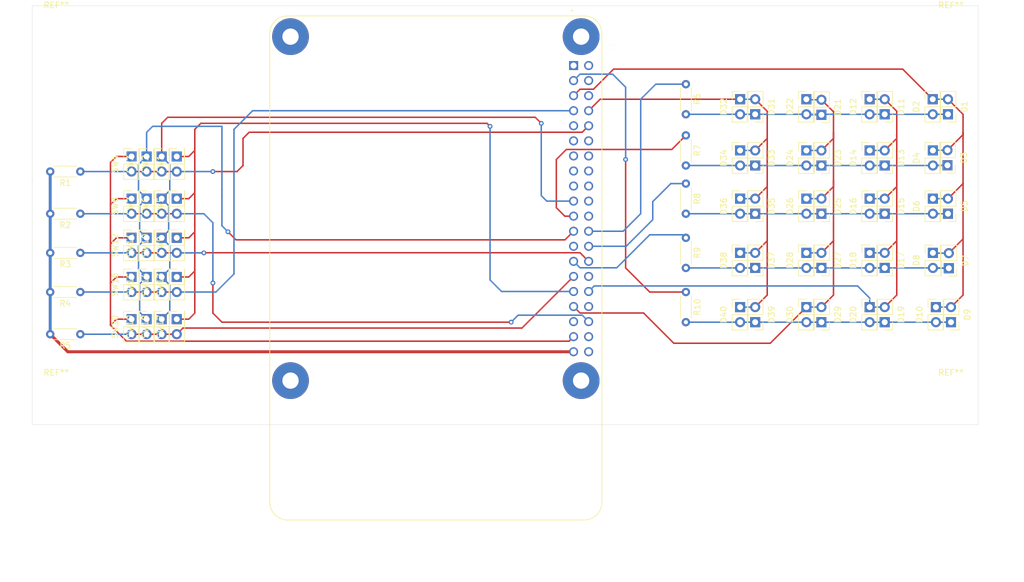
<source format=kicad_pcb>
(kicad_pcb (version 20171130) (host pcbnew "(5.1.6)-1")
  (layers (0 F.Cu signal) (31 B.Cu signal) (34 B.Paste user) (35 F.Paste user) (36 B.SilkS user) (37 F.SilkS user) (38 B.Mask user) (39 F.Mask user) (44 Edge.Cuts user))
  (net 0 "")
  (net 1 AL)
  (net 2 /sheet5F5C839B/IN2)
  (net 3 /sheet5F5C839C/IN2)
  (net 4 /sheet5F5C839D/IN2)
  (net 5 /sheet5F5C839E/IN2)
  (net 6 /sheet5F5C839F/IN2)
  (net 7 BL)
  (net 8 CL)
  (net 9 DL)
  (net 10 "Net-(J1-Pad1)")
  (net 11 5L)
  (net 12 4B)
  (net 13 "Net-(J1-Pad9)")
  (net 14 "Net-(J1-Pad11)")
  (net 15 "Net-(J1-Pad2)")
  (net 16 "Net-(J1-Pad4)")
  (net 17 "Net-(J1-Pad6)")
  (net 18 1B)
  (net 19 "Net-(J1-Pad12)")
  (net 20 "Net-(J1-Pad13)")
  (net 21 "Net-(J1-Pad14)")
  (net 22 "Net-(J1-Pad15)")
  (net 23 "Net-(J1-Pad17)")
  (net 24 BB)
  (net 25 2L)
  (net 26 CB)
  (net 27 "Net-(J1-Pad25)")
  (net 28 "Net-(J1-Pad16)")
  (net 29 "Net-(J1-Pad18)")
  (net 30 "Net-(J1-Pad20)")
  (net 31 "Net-(J1-Pad22)")
  (net 32 1L)
  (net 33 3L)
  (net 34 4L)
  (net 35 3B)
  (net 36 5B)
  (net 37 AB)
  (net 38 "Net-(J1-Pad35)")
  (net 39 DB)
  (net 40 Earth)
  (net 41 "Net-(J1-Pad30)")
  (net 42 "Net-(J1-Pad34)")
  (net 43 2B)
  (net 44 "Net-(J1-Pad38)")
  (net 45 "Net-(J1-Pad40)")
  (module MountingHole:MountingHole_3.2mm_M3 (layer F.Cu) (at 37.592 104.14)
    (fp_text reference REF** (at 0 -4.2) (layer F.SilkS))
    (fp_text value MountingHole_3.2mm_M3)
    (pad 1 np_thru_hole circle (at 0 0) (size 3.2 3.2) (drill 3.2) (layers *.Cu *.Mask))
  )
  (module MountingHole:MountingHole_3.2mm_M3 (layer F.Cu) (at 188.468 104.14)
    (fp_text reference REF** (at 0 -4.2) (layer F.SilkS))
    (fp_text value MountingHole_3.2mm_M3)
    (pad 1 np_thru_hole circle (at 0 0) (size 3.2 3.2) (drill 3.2) (layers *.Cu *.Mask))
  )
  (module MountingHole:MountingHole_3.2mm_M3 (layer F.Cu) (at 37.592 42.164)
    (fp_text reference REF** (at 0 -4.2) (layer F.SilkS))
    (fp_text value MountingHole_3.2mm_M3)
    (pad 1 np_thru_hole circle (at 0 0) (size 3.2 3.2) (drill 3.2) (layers *.Cu *.Mask))
  )
  (module MountingHole:MountingHole_3.2mm_M3 (layer F.Cu) (at 188.468 42.164)
    (fp_text reference REF** (at 0 -4.2) (layer F.SilkS))
    (fp_text value MountingHole_3.2mm_M3)
    (pad 1 np_thru_hole circle (at 0 0) (size 3.2 3.2) (drill 3.2) (layers *.Cu *.Mask))
  )
  (module pcb1:MODULE_RASPBERRY_PI_3_MODEL_B+ (layer F.Cu) (at 101.6 82.296 270)
    (fp_text reference J1 (at -37.325 -29.635 90) (layer F.SilkS) (effects (font (thickness 0.015))))
    (fp_text value Raspberry_Pi_2_3)
    (pad S4 thru_hole circle (at -39 24.5 270) (size 6.2 6.2) (drill 2.75) (layers *.Cu *.Mask))
    (pad S3 thru_hole circle (at 19 24.5 270) (size 6.2 6.2) (drill 2.75) (layers *.Cu *.Mask))
    (pad S2 thru_hole circle (at 19 -24.5 270) (size 6.2 6.2) (drill 2.75) (layers *.Cu *.Mask))
    (pad S1 thru_hole circle (at -39 -24.5 270) (size 6.2 6.2) (drill 2.75) (layers *.Cu *.Mask))
    (pad 1 thru_hole rect (at -34.13 -23.23 270) (size 1.524 1.524) (drill 1.016) (layers *.Cu *.Mask) (net 10 "Net-(J1-Pad1)"))
    (pad 3 thru_hole circle (at -31.59 -23.23 270) (size 1.524 1.524) (drill 1.016) (layers *.Cu *.Mask) (net 11 5L))
    (pad 5 thru_hole circle (at -29.05 -23.23 270) (size 1.524 1.524) (drill 1.016) (layers *.Cu *.Mask) (net 1 AL))
    (pad 7 thru_hole circle (at -26.51 -23.23 270) (size 1.524 1.524) (drill 1.016) (layers *.Cu *.Mask) (net 12 4B))
    (pad 9 thru_hole circle (at -23.97 -23.23 270) (size 1.524 1.524) (drill 1.016) (layers *.Cu *.Mask) (net 13 "Net-(J1-Pad9)"))
    (pad 11 thru_hole circle (at -21.43 -23.23 270) (size 1.524 1.524) (drill 1.016) (layers *.Cu *.Mask) (net 14 "Net-(J1-Pad11)"))
    (pad 2 thru_hole circle (at -34.13 -25.77 270) (size 1.524 1.524) (drill 1.016) (layers *.Cu *.Mask) (net 15 "Net-(J1-Pad2)"))
    (pad 4 thru_hole circle (at -31.59 -25.77 270) (size 1.524 1.524) (drill 1.016) (layers *.Cu *.Mask) (net 16 "Net-(J1-Pad4)"))
    (pad 6 thru_hole circle (at -29.05 -25.77 270) (size 1.524 1.524) (drill 1.016) (layers *.Cu *.Mask) (net 17 "Net-(J1-Pad6)"))
    (pad 8 thru_hole circle (at -26.51 -25.77 270) (size 1.524 1.524) (drill 1.016) (layers *.Cu *.Mask) (net 9 DL))
    (pad 10 thru_hole circle (at -23.97 -25.77 270) (size 1.524 1.524) (drill 1.016) (layers *.Cu *.Mask) (net 18 1B))
    (pad 12 thru_hole circle (at -21.43 -25.77 270) (size 1.524 1.524) (drill 1.016) (layers *.Cu *.Mask) (net 19 "Net-(J1-Pad12)"))
    (pad 13 thru_hole circle (at -18.89 -23.23 270) (size 1.524 1.524) (drill 1.016) (layers *.Cu *.Mask) (net 20 "Net-(J1-Pad13)"))
    (pad 14 thru_hole circle (at -18.89 -25.77 270) (size 1.524 1.524) (drill 1.016) (layers *.Cu *.Mask) (net 21 "Net-(J1-Pad14)"))
    (pad 15 thru_hole circle (at -16.35 -23.23 270) (size 1.524 1.524) (drill 1.016) (layers *.Cu *.Mask) (net 22 "Net-(J1-Pad15)"))
    (pad 17 thru_hole circle (at -13.81 -23.23 270) (size 1.524 1.524) (drill 1.016) (layers *.Cu *.Mask) (net 23 "Net-(J1-Pad17)"))
    (pad 19 thru_hole circle (at -11.27 -23.23 270) (size 1.524 1.524) (drill 1.016) (layers *.Cu *.Mask) (net 24 BB))
    (pad 21 thru_hole circle (at -8.73 -23.23 270) (size 1.524 1.524) (drill 1.016) (layers *.Cu *.Mask) (net 25 2L))
    (pad 23 thru_hole circle (at -6.19 -23.23 270) (size 1.524 1.524) (drill 1.016) (layers *.Cu *.Mask) (net 26 CB))
    (pad 25 thru_hole circle (at -3.65 -23.23 270) (size 1.524 1.524) (drill 1.016) (layers *.Cu *.Mask) (net 27 "Net-(J1-Pad25)"))
    (pad 16 thru_hole circle (at -16.35 -25.77 270) (size 1.524 1.524) (drill 1.016) (layers *.Cu *.Mask) (net 28 "Net-(J1-Pad16)"))
    (pad 18 thru_hole circle (at -13.81 -25.77 270) (size 1.524 1.524) (drill 1.016) (layers *.Cu *.Mask) (net 29 "Net-(J1-Pad18)"))
    (pad 20 thru_hole circle (at -11.27 -25.77 270) (size 1.524 1.524) (drill 1.016) (layers *.Cu *.Mask) (net 30 "Net-(J1-Pad20)"))
    (pad 22 thru_hole circle (at -8.73 -25.77 270) (size 1.524 1.524) (drill 1.016) (layers *.Cu *.Mask) (net 31 "Net-(J1-Pad22)"))
    (pad 24 thru_hole circle (at -6.19 -25.77 270) (size 1.524 1.524) (drill 1.016) (layers *.Cu *.Mask) (net 32 1L))
    (pad 26 thru_hole circle (at -3.65 -25.77 270) (size 1.524 1.524) (drill 1.016) (layers *.Cu *.Mask) (net 33 3L))
    (pad 27 thru_hole circle (at -1.11 -23.23 270) (size 1.524 1.524) (drill 1.016) (layers *.Cu *.Mask) (net 34 4L))
    (pad 28 thru_hole circle (at -1.11 -25.77 270) (size 1.524 1.524) (drill 1.016) (layers *.Cu *.Mask) (net 35 3B))
    (pad 29 thru_hole circle (at 1.43 -23.23 270) (size 1.524 1.524) (drill 1.016) (layers *.Cu *.Mask) (net 36 5B))
    (pad 31 thru_hole circle (at 3.97 -23.23 270) (size 1.524 1.524) (drill 1.016) (layers *.Cu *.Mask) (net 37 AB))
    (pad 33 thru_hole circle (at 6.51 -23.23 270) (size 1.524 1.524) (drill 1.016) (layers *.Cu *.Mask) (net 8 CL))
    (pad 35 thru_hole circle (at 9.05 -23.23 270) (size 1.524 1.524) (drill 1.016) (layers *.Cu *.Mask) (net 38 "Net-(J1-Pad35)"))
    (pad 37 thru_hole circle (at 11.59 -23.23 270) (size 1.524 1.524) (drill 1.016) (layers *.Cu *.Mask) (net 39 DB))
    (pad 39 thru_hole circle (at 14.13 -23.23 270) (size 1.524 1.524) (drill 1.016) (layers *.Cu *.Mask) (net 40 Earth))
    (pad 30 thru_hole circle (at 1.43 -25.77 270) (size 1.524 1.524) (drill 1.016) (layers *.Cu *.Mask) (net 41 "Net-(J1-Pad30)"))
    (pad 32 thru_hole circle (at 3.97 -25.77 270) (size 1.524 1.524) (drill 1.016) (layers *.Cu *.Mask) (net 7 BL))
    (pad 34 thru_hole circle (at 6.51 -25.77 270) (size 1.524 1.524) (drill 1.016) (layers *.Cu *.Mask) (net 42 "Net-(J1-Pad34)"))
    (pad 36 thru_hole circle (at 9.05 -25.77 270) (size 1.524 1.524) (drill 1.016) (layers *.Cu *.Mask) (net 43 2B))
    (pad 38 thru_hole circle (at 11.59 -25.77 270) (size 1.524 1.524) (drill 1.016) (layers *.Cu *.Mask) (net 44 "Net-(J1-Pad38)"))
    (pad 40 thru_hole circle (at 14.13 -25.77 270) (size 1.524 1.524) (drill 1.016) (layers *.Cu *.Mask) (net 45 "Net-(J1-Pad40)"))
  )
  (module Connector_PinSocket_2.54mm:PinSocket_2x01_P2.54mm_Vertical (layer F.Cu) (at 50.292 90.932 90)
    (fp_text reference SW20 (at -1.27 -2.77 90) (layer F.SilkS))
    (fp_text value SW_Push)
    (pad 2 thru_hole oval (at -2.54 0 90) (size 1.7 1.7) (drill 1) (layers *.Cu *.Mask) (net 36 5B))
    (pad 1 thru_hole rect (at 0 0 90) (size 1.7 1.7) (drill 1) (layers *.Cu *.Mask) (net 39 DB))
  )
  (module Connector_PinSocket_2.54mm:PinSocket_2x01_P2.54mm_Vertical (layer F.Cu) (at 52.832 90.932 90)
    (fp_text reference SW19 (at -1.27 -2.77 90) (layer F.SilkS))
    (fp_text value SW_Push)
    (pad 2 thru_hole oval (at -2.54 0 90) (size 1.7 1.7) (drill 1) (layers *.Cu *.Mask) (net 36 5B))
    (pad 1 thru_hole rect (at 0 0 90) (size 1.7 1.7) (drill 1) (layers *.Cu *.Mask) (net 26 CB))
  )
  (module Connector_PinSocket_2.54mm:PinSocket_2x01_P2.54mm_Vertical (layer F.Cu) (at 55.372 90.932 90)
    (fp_text reference SW18 (at -1.27 -2.77 90) (layer F.SilkS))
    (fp_text value SW_Push)
    (pad 2 thru_hole oval (at -2.54 0 90) (size 1.7 1.7) (drill 1) (layers *.Cu *.Mask) (net 36 5B))
    (pad 1 thru_hole rect (at 0 0 90) (size 1.7 1.7) (drill 1) (layers *.Cu *.Mask) (net 24 BB))
  )
  (module Connector_PinSocket_2.54mm:PinSocket_2x01_P2.54mm_Vertical (layer F.Cu) (at 57.912 90.932 90)
    (fp_text reference SW17 (at -1.27 -2.77 90) (layer F.SilkS))
    (fp_text value SW_Push)
    (pad 2 thru_hole oval (at -2.54 0 90) (size 1.7 1.7) (drill 1) (layers *.Cu *.Mask) (net 36 5B))
    (pad 1 thru_hole rect (at 0 0 90) (size 1.7 1.7) (drill 1) (layers *.Cu *.Mask) (net 37 AB))
  )
  (module Connector_PinSocket_2.54mm:PinSocket_2x01_P2.54mm_Vertical (layer F.Cu) (at 50.292 83.82 90)
    (fp_text reference SW16 (at -1.27 -2.77 90) (layer F.SilkS))
    (fp_text value SW_Push)
    (pad 2 thru_hole oval (at -2.54 0 90) (size 1.7 1.7) (drill 1) (layers *.Cu *.Mask) (net 12 4B))
    (pad 1 thru_hole rect (at 0 0 90) (size 1.7 1.7) (drill 1) (layers *.Cu *.Mask) (net 39 DB))
  )
  (module Connector_PinSocket_2.54mm:PinSocket_2x01_P2.54mm_Vertical (layer F.Cu) (at 52.832 83.82 90)
    (fp_text reference SW15 (at -1.27 -2.77 90) (layer F.SilkS))
    (fp_text value SW_Push)
    (pad 2 thru_hole oval (at -2.54 0 90) (size 1.7 1.7) (drill 1) (layers *.Cu *.Mask) (net 12 4B))
    (pad 1 thru_hole rect (at 0 0 90) (size 1.7 1.7) (drill 1) (layers *.Cu *.Mask) (net 26 CB))
  )
  (module Connector_PinSocket_2.54mm:PinSocket_2x01_P2.54mm_Vertical (layer F.Cu) (at 55.372 83.82 90)
    (fp_text reference SW14 (at -1.27 -2.77 90) (layer F.SilkS))
    (fp_text value SW_Push)
    (pad 2 thru_hole oval (at -2.54 0 90) (size 1.7 1.7) (drill 1) (layers *.Cu *.Mask) (net 12 4B))
    (pad 1 thru_hole rect (at 0 0 90) (size 1.7 1.7) (drill 1) (layers *.Cu *.Mask) (net 24 BB))
  )
  (module Connector_PinSocket_2.54mm:PinSocket_2x01_P2.54mm_Vertical (layer F.Cu) (at 57.912 83.82 90)
    (fp_text reference SW13 (at -1.27 -2.77 90) (layer F.SilkS))
    (fp_text value SW_Push)
    (pad 2 thru_hole oval (at -2.54 0 90) (size 1.7 1.7) (drill 1) (layers *.Cu *.Mask) (net 12 4B))
    (pad 1 thru_hole rect (at 0 0 90) (size 1.7 1.7) (drill 1) (layers *.Cu *.Mask) (net 37 AB))
  )
  (module Connector_PinSocket_2.54mm:PinSocket_2x01_P2.54mm_Vertical (layer F.Cu) (at 50.292 77.216 90)
    (fp_text reference SW12 (at -1.27 -2.77 90) (layer F.SilkS))
    (fp_text value SW_Push)
    (pad 2 thru_hole oval (at -2.54 0 90) (size 1.7 1.7) (drill 1) (layers *.Cu *.Mask) (net 35 3B))
    (pad 1 thru_hole rect (at 0 0 90) (size 1.7 1.7) (drill 1) (layers *.Cu *.Mask) (net 39 DB))
  )
  (module Connector_PinSocket_2.54mm:PinSocket_2x01_P2.54mm_Vertical (layer F.Cu) (at 52.832 77.216 90)
    (fp_text reference SW11 (at -1.27 -2.77 90) (layer F.SilkS))
    (fp_text value SW_Push)
    (pad 2 thru_hole oval (at -2.54 0 90) (size 1.7 1.7) (drill 1) (layers *.Cu *.Mask) (net 35 3B))
    (pad 1 thru_hole rect (at 0 0 90) (size 1.7 1.7) (drill 1) (layers *.Cu *.Mask) (net 26 CB))
  )
  (module Connector_PinSocket_2.54mm:PinSocket_2x01_P2.54mm_Vertical (layer F.Cu) (at 55.372 77.216 90)
    (fp_text reference SW10 (at -1.27 -2.77 90) (layer F.SilkS))
    (fp_text value SW_Push)
    (pad 2 thru_hole oval (at -2.54 0 90) (size 1.7 1.7) (drill 1) (layers *.Cu *.Mask) (net 35 3B))
    (pad 1 thru_hole rect (at 0 0 90) (size 1.7 1.7) (drill 1) (layers *.Cu *.Mask) (net 24 BB))
  )
  (module Connector_PinSocket_2.54mm:PinSocket_2x01_P2.54mm_Vertical (layer F.Cu) (at 57.912 77.216 90)
    (fp_text reference SW9 (at -1.27 -2.77 90) (layer F.SilkS))
    (fp_text value SW_Push)
    (pad 2 thru_hole oval (at -2.54 0 90) (size 1.7 1.7) (drill 1) (layers *.Cu *.Mask) (net 35 3B))
    (pad 1 thru_hole rect (at 0 0 90) (size 1.7 1.7) (drill 1) (layers *.Cu *.Mask) (net 37 AB))
  )
  (module Connector_PinSocket_2.54mm:PinSocket_2x01_P2.54mm_Vertical (layer F.Cu) (at 50.292 70.612 90)
    (fp_text reference SW8 (at -1.27 -2.77 90) (layer F.SilkS))
    (fp_text value SW_Push)
    (pad 2 thru_hole oval (at -2.54 0 90) (size 1.7 1.7) (drill 1) (layers *.Cu *.Mask) (net 43 2B))
    (pad 1 thru_hole rect (at 0 0 90) (size 1.7 1.7) (drill 1) (layers *.Cu *.Mask) (net 39 DB))
  )
  (module Connector_PinSocket_2.54mm:PinSocket_2x01_P2.54mm_Vertical (layer F.Cu) (at 52.832 70.612 90)
    (fp_text reference SW7 (at -1.27 -2.77 90) (layer F.SilkS))
    (fp_text value SW_Push)
    (pad 2 thru_hole oval (at -2.54 0 90) (size 1.7 1.7) (drill 1) (layers *.Cu *.Mask) (net 43 2B))
    (pad 1 thru_hole rect (at 0 0 90) (size 1.7 1.7) (drill 1) (layers *.Cu *.Mask) (net 26 CB))
  )
  (module Connector_PinSocket_2.54mm:PinSocket_2x01_P2.54mm_Vertical (layer F.Cu) (at 55.372 70.612 90)
    (fp_text reference SW6 (at -1.27 -2.77 90) (layer F.SilkS))
    (fp_text value SW_Push)
    (pad 2 thru_hole oval (at -2.54 0 90) (size 1.7 1.7) (drill 1) (layers *.Cu *.Mask) (net 43 2B))
    (pad 1 thru_hole rect (at 0 0 90) (size 1.7 1.7) (drill 1) (layers *.Cu *.Mask) (net 24 BB))
  )
  (module Connector_PinSocket_2.54mm:PinSocket_2x01_P2.54mm_Vertical (layer F.Cu) (at 57.912 70.612 90)
    (fp_text reference SW5 (at -1.27 -2.77 90) (layer F.SilkS))
    (fp_text value SW_Push)
    (pad 2 thru_hole oval (at -2.54 0 90) (size 1.7 1.7) (drill 1) (layers *.Cu *.Mask) (net 43 2B))
    (pad 1 thru_hole rect (at 0 0 90) (size 1.7 1.7) (drill 1) (layers *.Cu *.Mask) (net 37 AB))
  )
  (module Connector_PinSocket_2.54mm:PinSocket_2x01_P2.54mm_Vertical (layer F.Cu) (at 50.292 63.5 90)
    (fp_text reference SW4 (at -1.27 -2.77 90) (layer F.SilkS))
    (fp_text value SW_Push)
    (pad 2 thru_hole oval (at -2.54 0 90) (size 1.7 1.7) (drill 1) (layers *.Cu *.Mask) (net 18 1B))
    (pad 1 thru_hole rect (at 0 0 90) (size 1.7 1.7) (drill 1) (layers *.Cu *.Mask) (net 39 DB))
  )
  (module Connector_PinSocket_2.54mm:PinSocket_2x01_P2.54mm_Vertical (layer F.Cu) (at 52.832 63.504 90)
    (fp_text reference SW3 (at -1.27 -2.77 90) (layer F.SilkS))
    (fp_text value SW_Push)
    (pad 2 thru_hole oval (at -2.54 0 90) (size 1.7 1.7) (drill 1) (layers *.Cu *.Mask) (net 18 1B))
    (pad 1 thru_hole rect (at 0 0 90) (size 1.7 1.7) (drill 1) (layers *.Cu *.Mask) (net 26 CB))
  )
  (module Connector_PinSocket_2.54mm:PinSocket_2x01_P2.54mm_Vertical (layer F.Cu) (at 55.372 63.504 90)
    (fp_text reference SW2 (at -1.27 -2.77 90) (layer F.SilkS))
    (fp_text value SW_Push)
    (pad 2 thru_hole oval (at -2.54 0 90) (size 1.7 1.7) (drill 1) (layers *.Cu *.Mask) (net 18 1B))
    (pad 1 thru_hole rect (at 0 0 90) (size 1.7 1.7) (drill 1) (layers *.Cu *.Mask) (net 24 BB))
  )
  (module Connector_PinSocket_2.54mm:PinSocket_2x01_P2.54mm_Vertical (layer F.Cu) (at 57.912 63.504 90)
    (fp_text reference SW1 (at -1.27 -2.77 90) (layer F.SilkS))
    (fp_text value SW_Push)
    (pad 2 thru_hole oval (at -2.54 0 90) (size 1.7 1.7) (drill 1) (layers *.Cu *.Mask) (net 18 1B))
    (pad 1 thru_hole rect (at 0 0 90) (size 1.7 1.7) (drill 1) (layers *.Cu *.Mask) (net 37 AB))
  )
  (module Connector_PinSocket_2.54mm:PinSocket_2x01_P2.54mm_Vertical (layer F.Cu) (at 152.908 88.9 90)
    (fp_text reference D40 (at -1.27 -2.77 90) (layer F.SilkS))
    (fp_text value LED)
    (pad 2 thru_hole oval (at -2.54 0 90) (size 1.7 1.7) (drill 1) (layers *.Cu *.Mask) (net 6 /sheet5F5C839F/IN2))
    (pad 1 thru_hole rect (at 0 0 90) (size 1.7 1.7) (drill 1) (layers *.Cu *.Mask) (net 9 DL))
  )
  (module Connector_PinSocket_2.54mm:PinSocket_2x01_P2.54mm_Vertical (layer F.Cu) (at 155.448 91.44 270)
    (fp_text reference D39 (at -1.27 -2.77 90) (layer F.SilkS))
    (fp_text value LED)
    (pad 2 thru_hole oval (at -2.54 0 270) (size 1.7 1.7) (drill 1) (layers *.Cu *.Mask) (net 9 DL))
    (pad 1 thru_hole rect (at 0 0 270) (size 1.7 1.7) (drill 1) (layers *.Cu *.Mask) (net 6 /sheet5F5C839F/IN2))
  )
  (module Connector_PinSocket_2.54mm:PinSocket_2x01_P2.54mm_Vertical (layer F.Cu) (at 152.908 79.756 90)
    (fp_text reference D38 (at -1.27 -2.77 90) (layer F.SilkS))
    (fp_text value LED)
    (pad 2 thru_hole oval (at -2.54 0 90) (size 1.7 1.7) (drill 1) (layers *.Cu *.Mask) (net 5 /sheet5F5C839E/IN2))
    (pad 1 thru_hole rect (at 0 0 90) (size 1.7 1.7) (drill 1) (layers *.Cu *.Mask) (net 9 DL))
  )
  (module Connector_PinSocket_2.54mm:PinSocket_2x01_P2.54mm_Vertical (layer F.Cu) (at 155.448 82.296 270)
    (fp_text reference D37 (at -1.27 -2.77 90) (layer F.SilkS))
    (fp_text value LED)
    (pad 2 thru_hole oval (at -2.54 0 270) (size 1.7 1.7) (drill 1) (layers *.Cu *.Mask) (net 9 DL))
    (pad 1 thru_hole rect (at 0 0 270) (size 1.7 1.7) (drill 1) (layers *.Cu *.Mask) (net 5 /sheet5F5C839E/IN2))
  )
  (module Connector_PinSocket_2.54mm:PinSocket_2x01_P2.54mm_Vertical (layer F.Cu) (at 152.908 70.612 90)
    (fp_text reference D36 (at -1.27 -2.77 90) (layer F.SilkS))
    (fp_text value LED)
    (pad 2 thru_hole oval (at -2.54 0 90) (size 1.7 1.7) (drill 1) (layers *.Cu *.Mask) (net 4 /sheet5F5C839D/IN2))
    (pad 1 thru_hole rect (at 0 0 90) (size 1.7 1.7) (drill 1) (layers *.Cu *.Mask) (net 9 DL))
  )
  (module Connector_PinSocket_2.54mm:PinSocket_2x01_P2.54mm_Vertical (layer F.Cu) (at 155.448 73.152 270)
    (fp_text reference D35 (at -1.27 -2.77 90) (layer F.SilkS))
    (fp_text value LED)
    (pad 2 thru_hole oval (at -2.54 0 270) (size 1.7 1.7) (drill 1) (layers *.Cu *.Mask) (net 9 DL))
    (pad 1 thru_hole rect (at 0 0 270) (size 1.7 1.7) (drill 1) (layers *.Cu *.Mask) (net 4 /sheet5F5C839D/IN2))
  )
  (module Connector_PinSocket_2.54mm:PinSocket_2x01_P2.54mm_Vertical (layer F.Cu) (at 152.908 62.484 90)
    (fp_text reference D34 (at -1.27 -2.77 90) (layer F.SilkS))
    (fp_text value LED)
    (pad 2 thru_hole oval (at -2.54 0 90) (size 1.7 1.7) (drill 1) (layers *.Cu *.Mask) (net 3 /sheet5F5C839C/IN2))
    (pad 1 thru_hole rect (at 0 0 90) (size 1.7 1.7) (drill 1) (layers *.Cu *.Mask) (net 9 DL))
  )
  (module Connector_PinSocket_2.54mm:PinSocket_2x01_P2.54mm_Vertical (layer F.Cu) (at 155.448 65.024 270)
    (fp_text reference D33 (at -1.27 -2.77 90) (layer F.SilkS))
    (fp_text value LED)
    (pad 2 thru_hole oval (at -2.54 0 270) (size 1.7 1.7) (drill 1) (layers *.Cu *.Mask) (net 9 DL))
    (pad 1 thru_hole rect (at 0 0 270) (size 1.7 1.7) (drill 1) (layers *.Cu *.Mask) (net 3 /sheet5F5C839C/IN2))
  )
  (module Connector_PinSocket_2.54mm:PinSocket_2x01_P2.54mm_Vertical (layer F.Cu) (at 152.908 53.848 90)
    (fp_text reference D32 (at -1.27 -2.77 90) (layer F.SilkS))
    (fp_text value LED)
    (pad 2 thru_hole oval (at -2.54 0 90) (size 1.7 1.7) (drill 1) (layers *.Cu *.Mask) (net 2 /sheet5F5C839B/IN2))
    (pad 1 thru_hole rect (at 0 0 90) (size 1.7 1.7) (drill 1) (layers *.Cu *.Mask) (net 9 DL))
  )
  (module Connector_PinSocket_2.54mm:PinSocket_2x01_P2.54mm_Vertical (layer F.Cu) (at 155.448 56.388 270)
    (fp_text reference D31 (at -1.27 -2.77 90) (layer F.SilkS))
    (fp_text value LED)
    (pad 2 thru_hole oval (at -2.54 0 270) (size 1.7 1.7) (drill 1) (layers *.Cu *.Mask) (net 9 DL))
    (pad 1 thru_hole rect (at 0 0 270) (size 1.7 1.7) (drill 1) (layers *.Cu *.Mask) (net 2 /sheet5F5C839B/IN2))
  )
  (module Connector_PinSocket_2.54mm:PinSocket_2x01_P2.54mm_Vertical (layer F.Cu) (at 164.084 88.9 90)
    (fp_text reference D30 (at -1.27 -2.77 90) (layer F.SilkS))
    (fp_text value LED)
    (pad 2 thru_hole oval (at -2.54 0 90) (size 1.7 1.7) (drill 1) (layers *.Cu *.Mask) (net 6 /sheet5F5C839F/IN2))
    (pad 1 thru_hole rect (at 0 0 90) (size 1.7 1.7) (drill 1) (layers *.Cu *.Mask) (net 8 CL))
  )
  (module Connector_PinSocket_2.54mm:PinSocket_2x01_P2.54mm_Vertical (layer F.Cu) (at 166.624 91.44 270)
    (fp_text reference D29 (at -1.27 -2.77 90) (layer F.SilkS))
    (fp_text value LED)
    (pad 2 thru_hole oval (at -2.54 0 270) (size 1.7 1.7) (drill 1) (layers *.Cu *.Mask) (net 8 CL))
    (pad 1 thru_hole rect (at 0 0 270) (size 1.7 1.7) (drill 1) (layers *.Cu *.Mask) (net 6 /sheet5F5C839F/IN2))
  )
  (module Connector_PinSocket_2.54mm:PinSocket_2x01_P2.54mm_Vertical (layer F.Cu) (at 164.084 79.756 90)
    (fp_text reference D28 (at -1.27 -2.77 90) (layer F.SilkS))
    (fp_text value LED)
    (pad 2 thru_hole oval (at -2.54 0 90) (size 1.7 1.7) (drill 1) (layers *.Cu *.Mask) (net 5 /sheet5F5C839E/IN2))
    (pad 1 thru_hole rect (at 0 0 90) (size 1.7 1.7) (drill 1) (layers *.Cu *.Mask) (net 8 CL))
  )
  (module Connector_PinSocket_2.54mm:PinSocket_2x01_P2.54mm_Vertical (layer F.Cu) (at 166.624 82.296 270)
    (fp_text reference D27 (at -1.27 -2.77 90) (layer F.SilkS))
    (fp_text value LED)
    (pad 2 thru_hole oval (at -2.54 0 270) (size 1.7 1.7) (drill 1) (layers *.Cu *.Mask) (net 8 CL))
    (pad 1 thru_hole rect (at 0 0 270) (size 1.7 1.7) (drill 1) (layers *.Cu *.Mask) (net 5 /sheet5F5C839E/IN2))
  )
  (module Connector_PinSocket_2.54mm:PinSocket_2x01_P2.54mm_Vertical (layer F.Cu) (at 164.084 70.612 90)
    (fp_text reference D26 (at -1.27 -2.77 90) (layer F.SilkS))
    (fp_text value LED)
    (pad 2 thru_hole oval (at -2.54 0 90) (size 1.7 1.7) (drill 1) (layers *.Cu *.Mask) (net 4 /sheet5F5C839D/IN2))
    (pad 1 thru_hole rect (at 0 0 90) (size 1.7 1.7) (drill 1) (layers *.Cu *.Mask) (net 8 CL))
  )
  (module Connector_PinSocket_2.54mm:PinSocket_2x01_P2.54mm_Vertical (layer F.Cu) (at 166.624 73.152 270)
    (fp_text reference D25 (at -1.27 -2.77 90) (layer F.SilkS))
    (fp_text value LED)
    (pad 2 thru_hole oval (at -2.54 0 270) (size 1.7 1.7) (drill 1) (layers *.Cu *.Mask) (net 8 CL))
    (pad 1 thru_hole rect (at 0 0 270) (size 1.7 1.7) (drill 1) (layers *.Cu *.Mask) (net 4 /sheet5F5C839D/IN2))
  )
  (module Connector_PinSocket_2.54mm:PinSocket_2x01_P2.54mm_Vertical (layer F.Cu) (at 164.084 62.484 90)
    (fp_text reference D24 (at -1.27 -2.77 90) (layer F.SilkS))
    (fp_text value LED)
    (pad 2 thru_hole oval (at -2.54 0 90) (size 1.7 1.7) (drill 1) (layers *.Cu *.Mask) (net 3 /sheet5F5C839C/IN2))
    (pad 1 thru_hole rect (at 0 0 90) (size 1.7 1.7) (drill 1) (layers *.Cu *.Mask) (net 8 CL))
  )
  (module Connector_PinSocket_2.54mm:PinSocket_2x01_P2.54mm_Vertical (layer F.Cu) (at 166.624 65.024 270)
    (fp_text reference D23 (at -1.27 -2.77 90) (layer F.SilkS))
    (fp_text value LED)
    (pad 2 thru_hole oval (at -2.54 0 270) (size 1.7 1.7) (drill 1) (layers *.Cu *.Mask) (net 8 CL))
    (pad 1 thru_hole rect (at 0 0 270) (size 1.7 1.7) (drill 1) (layers *.Cu *.Mask) (net 3 /sheet5F5C839C/IN2))
  )
  (module Connector_PinSocket_2.54mm:PinSocket_2x01_P2.54mm_Vertical (layer F.Cu) (at 164.084 53.848 90)
    (fp_text reference D22 (at -1.27 -2.77 90) (layer F.SilkS))
    (fp_text value LED)
    (pad 2 thru_hole oval (at -2.54 0 90) (size 1.7 1.7) (drill 1) (layers *.Cu *.Mask) (net 2 /sheet5F5C839B/IN2))
    (pad 1 thru_hole rect (at 0 0 90) (size 1.7 1.7) (drill 1) (layers *.Cu *.Mask) (net 8 CL))
  )
  (module Connector_PinSocket_2.54mm:PinSocket_2x01_P2.54mm_Vertical (layer F.Cu) (at 166.624 56.476 270)
    (fp_text reference D21 (at -1.27 -2.77 90) (layer F.SilkS))
    (fp_text value LED)
    (pad 2 thru_hole oval (at -2.54 0 270) (size 1.7 1.7) (drill 1) (layers *.Cu *.Mask) (net 8 CL))
    (pad 1 thru_hole rect (at 0 0 270) (size 1.7 1.7) (drill 1) (layers *.Cu *.Mask) (net 2 /sheet5F5C839B/IN2))
  )
  (module Connector_PinSocket_2.54mm:PinSocket_2x01_P2.54mm_Vertical (layer F.Cu) (at 174.752 88.9 90)
    (fp_text reference D20 (at -1.27 -2.77 90) (layer F.SilkS))
    (fp_text value LED)
    (pad 2 thru_hole oval (at -2.54 0 90) (size 1.7 1.7) (drill 1) (layers *.Cu *.Mask) (net 6 /sheet5F5C839F/IN2))
    (pad 1 thru_hole rect (at 0 0 90) (size 1.7 1.7) (drill 1) (layers *.Cu *.Mask) (net 7 BL))
  )
  (module Connector_PinSocket_2.54mm:PinSocket_2x01_P2.54mm_Vertical (layer F.Cu) (at 177.292 91.44 270)
    (fp_text reference D19 (at -1.27 -2.77 90) (layer F.SilkS))
    (fp_text value LED)
    (pad 2 thru_hole oval (at -2.54 0 270) (size 1.7 1.7) (drill 1) (layers *.Cu *.Mask) (net 7 BL))
    (pad 1 thru_hole rect (at 0 0 270) (size 1.7 1.7) (drill 1) (layers *.Cu *.Mask) (net 6 /sheet5F5C839F/IN2))
  )
  (module Connector_PinSocket_2.54mm:PinSocket_2x01_P2.54mm_Vertical (layer F.Cu) (at 174.752 79.756 90)
    (fp_text reference D18 (at -1.27 -2.77 90) (layer F.SilkS))
    (fp_text value LED)
    (pad 2 thru_hole oval (at -2.54 0 90) (size 1.7 1.7) (drill 1) (layers *.Cu *.Mask) (net 5 /sheet5F5C839E/IN2))
    (pad 1 thru_hole rect (at 0 0 90) (size 1.7 1.7) (drill 1) (layers *.Cu *.Mask) (net 7 BL))
  )
  (module Connector_PinSocket_2.54mm:PinSocket_2x01_P2.54mm_Vertical (layer F.Cu) (at 177.292 82.296 270)
    (fp_text reference D17 (at -1.27 -2.77 90) (layer F.SilkS))
    (fp_text value LED)
    (pad 2 thru_hole oval (at -2.54 0 270) (size 1.7 1.7) (drill 1) (layers *.Cu *.Mask) (net 7 BL))
    (pad 1 thru_hole rect (at 0 0 270) (size 1.7 1.7) (drill 1) (layers *.Cu *.Mask) (net 5 /sheet5F5C839E/IN2))
  )
  (module Connector_PinSocket_2.54mm:PinSocket_2x01_P2.54mm_Vertical (layer F.Cu) (at 174.752 70.612 90)
    (fp_text reference D16 (at -1.27 -2.77 90) (layer F.SilkS))
    (fp_text value LED)
    (pad 2 thru_hole oval (at -2.54 0 90) (size 1.7 1.7) (drill 1) (layers *.Cu *.Mask) (net 4 /sheet5F5C839D/IN2))
    (pad 1 thru_hole rect (at 0 0 90) (size 1.7 1.7) (drill 1) (layers *.Cu *.Mask) (net 7 BL))
  )
  (module Connector_PinSocket_2.54mm:PinSocket_2x01_P2.54mm_Vertical (layer F.Cu) (at 177.292 73.152 270)
    (fp_text reference D15 (at -1.27 -2.77 90) (layer F.SilkS))
    (fp_text value LED)
    (pad 2 thru_hole oval (at -2.54 0 270) (size 1.7 1.7) (drill 1) (layers *.Cu *.Mask) (net 7 BL))
    (pad 1 thru_hole rect (at 0 0 270) (size 1.7 1.7) (drill 1) (layers *.Cu *.Mask) (net 4 /sheet5F5C839D/IN2))
  )
  (module Connector_PinSocket_2.54mm:PinSocket_2x01_P2.54mm_Vertical (layer F.Cu) (at 174.752 62.484 90)
    (fp_text reference D14 (at -1.27 -2.77 90) (layer F.SilkS))
    (fp_text value LED)
    (pad 2 thru_hole oval (at -2.54 0 90) (size 1.7 1.7) (drill 1) (layers *.Cu *.Mask) (net 3 /sheet5F5C839C/IN2))
    (pad 1 thru_hole rect (at 0 0 90) (size 1.7 1.7) (drill 1) (layers *.Cu *.Mask) (net 7 BL))
  )
  (module Connector_PinSocket_2.54mm:PinSocket_2x01_P2.54mm_Vertical (layer F.Cu) (at 177.292 65.024 270)
    (fp_text reference D13 (at -1.27 -2.77 90) (layer F.SilkS))
    (fp_text value LED)
    (pad 2 thru_hole oval (at -2.54 0 270) (size 1.7 1.7) (drill 1) (layers *.Cu *.Mask) (net 7 BL))
    (pad 1 thru_hole rect (at 0 0 270) (size 1.7 1.7) (drill 1) (layers *.Cu *.Mask) (net 3 /sheet5F5C839C/IN2))
  )
  (module Connector_PinSocket_2.54mm:PinSocket_2x01_P2.54mm_Vertical (layer F.Cu) (at 174.752 53.848 90)
    (fp_text reference D12 (at -1.27 -2.77 90) (layer F.SilkS))
    (fp_text value LED)
    (pad 2 thru_hole oval (at -2.54 0 90) (size 1.7 1.7) (drill 1) (layers *.Cu *.Mask) (net 2 /sheet5F5C839B/IN2))
    (pad 1 thru_hole rect (at 0 0 90) (size 1.7 1.7) (drill 1) (layers *.Cu *.Mask) (net 7 BL))
  )
  (module Connector_PinSocket_2.54mm:PinSocket_2x01_P2.54mm_Vertical (layer F.Cu) (at 177.292 56.388 270)
    (fp_text reference D11 (at -1.27 -2.77 90) (layer F.SilkS))
    (fp_text value LED)
    (pad 2 thru_hole oval (at -2.54 0 270) (size 1.7 1.7) (drill 1) (layers *.Cu *.Mask) (net 7 BL))
    (pad 1 thru_hole rect (at 0 0 270) (size 1.7 1.7) (drill 1) (layers *.Cu *.Mask) (net 2 /sheet5F5C839B/IN2))
  )
  (module Connector_PinSocket_2.54mm:PinSocket_2x01_P2.54mm_Vertical (layer F.Cu) (at 185.928 88.9 90)
    (fp_text reference D10 (at -1.27 -2.77 90) (layer F.SilkS))
    (fp_text value LED)
    (pad 2 thru_hole oval (at -2.54 0 90) (size 1.7 1.7) (drill 1) (layers *.Cu *.Mask) (net 6 /sheet5F5C839F/IN2))
    (pad 1 thru_hole rect (at 0 0 90) (size 1.7 1.7) (drill 1) (layers *.Cu *.Mask) (net 1 AL))
  )
  (module Connector_PinSocket_2.54mm:PinSocket_2x01_P2.54mm_Vertical (layer F.Cu) (at 188.468 91.44 270)
    (fp_text reference D9 (at -1.27 -2.77 90) (layer F.SilkS))
    (fp_text value LED)
    (pad 2 thru_hole oval (at -2.54 0 270) (size 1.7 1.7) (drill 1) (layers *.Cu *.Mask) (net 1 AL))
    (pad 1 thru_hole rect (at 0 0 270) (size 1.7 1.7) (drill 1) (layers *.Cu *.Mask) (net 6 /sheet5F5C839F/IN2))
  )
  (module Connector_PinSocket_2.54mm:PinSocket_2x01_P2.54mm_Vertical (layer F.Cu) (at 185.42 79.756 90)
    (fp_text reference D8 (at -1.27 -2.77 90) (layer F.SilkS))
    (fp_text value LED)
    (pad 2 thru_hole oval (at -2.54 0 90) (size 1.7 1.7) (drill 1) (layers *.Cu *.Mask) (net 5 /sheet5F5C839E/IN2))
    (pad 1 thru_hole rect (at 0 0 90) (size 1.7 1.7) (drill 1) (layers *.Cu *.Mask) (net 1 AL))
  )
  (module Connector_PinSocket_2.54mm:PinSocket_2x01_P2.54mm_Vertical (layer F.Cu) (at 188.104 82.342 270)
    (fp_text reference D7 (at -1.27 -2.77 90) (layer F.SilkS))
    (fp_text value LED)
    (pad 2 thru_hole oval (at -2.54 0 270) (size 1.7 1.7) (drill 1) (layers *.Cu *.Mask) (net 1 AL))
    (pad 1 thru_hole rect (at 0 0 270) (size 1.7 1.7) (drill 1) (layers *.Cu *.Mask) (net 5 /sheet5F5C839E/IN2))
  )
  (module Connector_PinSocket_2.54mm:PinSocket_2x01_P2.54mm_Vertical (layer F.Cu) (at 185.42 70.612 90)
    (fp_text reference D6 (at -1.27 -2.77 90) (layer F.SilkS))
    (fp_text value LED)
    (pad 2 thru_hole oval (at -2.54 0 90) (size 1.7 1.7) (drill 1) (layers *.Cu *.Mask) (net 4 /sheet5F5C839D/IN2))
    (pad 1 thru_hole rect (at 0 0 90) (size 1.7 1.7) (drill 1) (layers *.Cu *.Mask) (net 1 AL))
  )
  (module Connector_PinSocket_2.54mm:PinSocket_2x01_P2.54mm_Vertical (layer F.Cu) (at 187.96 73.152 270)
    (fp_text reference D5 (at -1.27 -2.77 90) (layer F.SilkS))
    (fp_text value LED)
    (pad 2 thru_hole oval (at -2.54 0 270) (size 1.7 1.7) (drill 1) (layers *.Cu *.Mask) (net 1 AL))
    (pad 1 thru_hole rect (at 0 0 270) (size 1.7 1.7) (drill 1) (layers *.Cu *.Mask) (net 4 /sheet5F5C839D/IN2))
  )
  (module Connector_PinSocket_2.54mm:PinSocket_2x01_P2.54mm_Vertical (layer F.Cu) (at 185.42 62.484 90)
    (fp_text reference D4 (at -1.27 -2.77 90) (layer F.SilkS))
    (fp_text value LED)
    (pad 2 thru_hole oval (at -2.54 0 90) (size 1.7 1.7) (drill 1) (layers *.Cu *.Mask) (net 3 /sheet5F5C839C/IN2))
    (pad 1 thru_hole rect (at 0 0 90) (size 1.7 1.7) (drill 1) (layers *.Cu *.Mask) (net 1 AL))
  )
  (module Connector_PinSocket_2.54mm:PinSocket_2x01_P2.54mm_Vertical (layer F.Cu) (at 187.876 64.982 270)
    (fp_text reference D3 (at -1.27 -2.77 90) (layer F.SilkS))
    (fp_text value LED)
    (pad 2 thru_hole oval (at -2.54 0 270) (size 1.7 1.7) (drill 1) (layers *.Cu *.Mask) (net 1 AL))
    (pad 1 thru_hole rect (at 0 0 270) (size 1.7 1.7) (drill 1) (layers *.Cu *.Mask) (net 3 /sheet5F5C839C/IN2))
  )
  (module Connector_PinSocket_2.54mm:PinSocket_2x01_P2.54mm_Vertical (layer F.Cu) (at 185.392 53.848 90)
    (fp_text reference D2 (at -1.27 -2.77 90) (layer F.SilkS))
    (fp_text value LED)
    (pad 2 thru_hole oval (at -2.54 0 90) (size 1.7 1.7) (drill 1) (layers *.Cu *.Mask) (net 2 /sheet5F5C839B/IN2))
    (pad 1 thru_hole rect (at 0 0 90) (size 1.7 1.7) (drill 1) (layers *.Cu *.Mask) (net 1 AL))
  )
  (module Connector_PinSocket_2.54mm:PinSocket_2x01_P2.54mm_Vertical (layer F.Cu) (at 187.96 56.388 270)
    (fp_text reference D1 (at -1.27 -2.77 90) (layer F.SilkS))
    (fp_text value LED)
    (pad 2 thru_hole oval (at -2.54 0 270) (size 1.7 1.7) (drill 1) (layers *.Cu *.Mask) (net 1 AL))
    (pad 1 thru_hole rect (at 0 0 270) (size 1.7 1.7) (drill 1) (layers *.Cu *.Mask) (net 2 /sheet5F5C839B/IN2))
  )
  (module Resistor_THT:R_Axial_DIN0204_L3.6mm_D1.6mm_P5.08mm_Horizontal (layer F.Cu) (at 143.764 86.36 270)
    (fp_text reference R10 (at 2.54 -1.92 90) (layer F.SilkS))
    (fp_text value R)
    (pad 2 thru_hole oval (at 5.08 0 270) (size 1.4 1.4) (drill 0.7) (layers *.Cu *.Mask) (net 6 /sheet5F5C839F/IN2))
    (pad 1 thru_hole circle (at 0 0 270) (size 1.4 1.4) (drill 0.7) (layers *.Cu *.Mask) (net 11 5L))
  )
  (module Resistor_THT:R_Axial_DIN0204_L3.6mm_D1.6mm_P5.08mm_Horizontal (layer F.Cu) (at 143.764 77.216 270)
    (fp_text reference R9 (at 2.54 -1.92 90) (layer F.SilkS))
    (fp_text value R)
    (pad 2 thru_hole oval (at 5.08 0 270) (size 1.4 1.4) (drill 0.7) (layers *.Cu *.Mask) (net 5 /sheet5F5C839E/IN2))
    (pad 1 thru_hole circle (at 0 0 270) (size 1.4 1.4) (drill 0.7) (layers *.Cu *.Mask) (net 34 4L))
  )
  (module Resistor_THT:R_Axial_DIN0204_L3.6mm_D1.6mm_P5.08mm_Horizontal (layer F.Cu) (at 143.764 68.072 270)
    (fp_text reference R8 (at 2.54 -1.92 90) (layer F.SilkS))
    (fp_text value R)
    (pad 2 thru_hole oval (at 5.08 0 270) (size 1.4 1.4) (drill 0.7) (layers *.Cu *.Mask) (net 4 /sheet5F5C839D/IN2))
    (pad 1 thru_hole circle (at 0 0 270) (size 1.4 1.4) (drill 0.7) (layers *.Cu *.Mask) (net 33 3L))
  )
  (module Resistor_THT:R_Axial_DIN0204_L3.6mm_D1.6mm_P5.08mm_Horizontal (layer F.Cu) (at 143.764 59.944 270)
    (fp_text reference R7 (at 2.54 -1.92 90) (layer F.SilkS))
    (fp_text value R)
    (pad 2 thru_hole oval (at 5.08 0 270) (size 1.4 1.4) (drill 0.7) (layers *.Cu *.Mask) (net 3 /sheet5F5C839C/IN2))
    (pad 1 thru_hole circle (at 0 0 270) (size 1.4 1.4) (drill 0.7) (layers *.Cu *.Mask) (net 25 2L))
  )
  (module Resistor_THT:R_Axial_DIN0204_L3.6mm_D1.6mm_P5.08mm_Horizontal (layer F.Cu) (at 143.764 51.308 270)
    (fp_text reference R6 (at 2.54 -1.92 90) (layer F.SilkS))
    (fp_text value R)
    (pad 2 thru_hole oval (at 5.08 0 270) (size 1.4 1.4) (drill 0.7) (layers *.Cu *.Mask) (net 2 /sheet5F5C839B/IN2))
    (pad 1 thru_hole circle (at 0 0 270) (size 1.4 1.4) (drill 0.7) (layers *.Cu *.Mask) (net 32 1L))
  )
  (module Resistor_THT:R_Axial_DIN0204_L3.6mm_D1.6mm_P5.08mm_Horizontal (layer F.Cu) (at 41.656 93.472 180)
    (fp_text reference R5 (at 2.54 -1.92) (layer F.SilkS))
    (fp_text value R)
    (pad 2 thru_hole oval (at 5.08 0 180) (size 1.4 1.4) (drill 0.7) (layers *.Cu *.Mask) (net 40 Earth))
    (pad 1 thru_hole circle (at 0 0 180) (size 1.4 1.4) (drill 0.7) (layers *.Cu *.Mask) (net 36 5B))
  )
  (module Resistor_THT:R_Axial_DIN0204_L3.6mm_D1.6mm_P5.08mm_Horizontal (layer F.Cu) (at 41.656 86.36 180)
    (fp_text reference R4 (at 2.54 -1.92) (layer F.SilkS))
    (fp_text value R)
    (pad 2 thru_hole oval (at 5.08 0 180) (size 1.4 1.4) (drill 0.7) (layers *.Cu *.Mask) (net 40 Earth))
    (pad 1 thru_hole circle (at 0 0 180) (size 1.4 1.4) (drill 0.7) (layers *.Cu *.Mask) (net 12 4B))
  )
  (module Resistor_THT:R_Axial_DIN0204_L3.6mm_D1.6mm_P5.08mm_Horizontal (layer F.Cu) (at 41.656 79.756 180)
    (fp_text reference R3 (at 2.54 -1.92) (layer F.SilkS))
    (fp_text value R)
    (pad 2 thru_hole oval (at 5.08 0 180) (size 1.4 1.4) (drill 0.7) (layers *.Cu *.Mask) (net 40 Earth))
    (pad 1 thru_hole circle (at 0 0 180) (size 1.4 1.4) (drill 0.7) (layers *.Cu *.Mask) (net 35 3B))
  )
  (module Resistor_THT:R_Axial_DIN0204_L3.6mm_D1.6mm_P5.08mm_Horizontal (layer F.Cu) (at 41.656 73.152 180)
    (fp_text reference R2 (at 2.54 -1.92) (layer F.SilkS))
    (fp_text value R)
    (pad 2 thru_hole oval (at 5.08 0 180) (size 1.4 1.4) (drill 0.7) (layers *.Cu *.Mask) (net 40 Earth))
    (pad 1 thru_hole circle (at 0 0 180) (size 1.4 1.4) (drill 0.7) (layers *.Cu *.Mask) (net 43 2B))
  )
  (module Resistor_THT:R_Axial_DIN0204_L3.6mm_D1.6mm_P5.08mm_Horizontal (layer F.Cu) (at 41.656 66.04 180)
    (fp_text reference R1 (at 2.54 -1.92) (layer F.SilkS))
    (fp_text value R)
    (pad 2 thru_hole oval (at 5.08 0 180) (size 1.4 1.4) (drill 0.7) (layers *.Cu *.Mask) (net 40 Earth))
    (pad 1 thru_hole circle (at 0 0 180) (size 1.4 1.4) (drill 0.7) (layers *.Cu *.Mask) (net 18 1B))
  )
  (gr_line (start 33.528 108.712) (end 33.528 67.056) (layer Edge.Cuts) (width 0.05))
  (gr_line (start 193.04 108.712) (end 33.528 108.712) (layer Edge.Cuts) (width 0.05))
  (gr_line (start 193.04 38.1) (end 193.04 108.712) (layer Edge.Cuts) (width 0.05))
  (gr_line (start 33.528 38.1) (end 193.04 38.1) (layer Edge.Cuts) (width 0.05))
  (gr_line (start 33.528 67.564) (end 33.528 38.1) (layer Edge.Cuts) (width 0.05))
  (segment (start 185.392 53.848) (end 187.96 53.848) (width 0.25) (layer B.Cu) (net 1))
  (segment (start 185.462 62.442) (end 185.42 62.484) (width 0.25) (layer B.Cu) (net 1))
  (segment (start 187.876 62.442) (end 185.462 62.442) (width 0.25) (layer B.Cu) (net 1))
  (segment (start 185.42 70.612) (end 187.96 70.612) (width 0.25) (layer B.Cu) (net 1))
  (segment (start 185.466 79.802) (end 185.42 79.756) (width 0.25) (layer B.Cu) (net 1))
  (segment (start 188.104 79.802) (end 185.466 79.802) (width 0.25) (layer B.Cu) (net 1))
  (segment (start 185.928 88.9) (end 188.468 88.9) (width 0.25) (layer B.Cu) (net 1))
  (segment (start 188.468 88.9) (end 190.5 86.868) (width 0.25) (layer F.Cu) (net 1))
  (segment (start 187.876 62.442) (end 188.002 62.442) (width 0.25) (layer F.Cu) (net 1))
  (segment (start 187.96 70.612) (end 190.5 68.072) (width 0.25) (layer F.Cu) (net 1))
  (segment (start 190.5 86.868) (end 190.5 68.072) (width 0.25) (layer F.Cu) (net 1))
  (segment (start 188.104 79.802) (end 190.5 77.406) (width 0.25) (layer F.Cu) (net 1))
  (segment (start 188.468 53.848) (end 187.96 53.848) (width 0.25) (layer F.Cu) (net 1))
  (segment (start 190.5 56.388) (end 190.5 56.896) (width 0.25) (layer F.Cu) (net 1))
  (segment (start 187.96 53.848) (end 190.5 56.388) (width 0.25) (layer F.Cu) (net 1))
  (segment (start 190.5 59.818) (end 190.5 59.436) (width 0.25) (layer F.Cu) (net 1))
  (segment (start 190.5 59.436) (end 190.5 56.896) (width 0.25) (layer F.Cu) (net 1))
  (segment (start 190.374 59.944) (end 187.876 62.442) (width 0.25) (layer F.Cu) (net 1))
  (segment (start 190.5 59.944) (end 190.374 59.944) (width 0.25) (layer F.Cu) (net 1))
  (segment (start 190.5 59.944) (end 190.5 59.436) (width 0.25) (layer F.Cu) (net 1))
  (segment (start 190.5 68.072) (end 190.5 59.944) (width 0.25) (layer F.Cu) (net 1))
  (segment (start 180.312 48.768) (end 185.392 53.848) (width 0.25) (layer F.Cu) (net 1))
  (segment (start 131.572 48.768) (end 180.312 48.768) (width 0.25) (layer F.Cu) (net 1))
  (segment (start 128.181001 52.158999) (end 131.572 48.768) (width 0.25) (layer F.Cu) (net 1))
  (segment (start 124.83 53.246) (end 125.917001 52.158999) (width 0.25) (layer F.Cu) (net 1))
  (segment (start 125.917001 52.158999) (end 128.181001 52.158999) (width 0.25) (layer F.Cu) (net 1))
  (segment (start 185.392 56.388) (end 187.96 56.388) (width 0.25) (layer B.Cu) (net 2))
  (segment (start 177.292 56.388) (end 174.752 56.388) (width 0.25) (layer B.Cu) (net 2))
  (segment (start 164.172 56.476) (end 164.084 56.388) (width 0.25) (layer B.Cu) (net 2))
  (segment (start 166.624 56.476) (end 164.172 56.476) (width 0.25) (layer B.Cu) (net 2))
  (segment (start 155.448 56.388) (end 152.908 56.388) (width 0.25) (layer B.Cu) (net 2))
  (segment (start 187.96 56.388) (end 152.908 56.388) (width 0.25) (layer B.Cu) (net 2))
  (segment (start 143.764 56.388) (end 152.908 56.388) (width 0.25) (layer B.Cu) (net 2))
  (segment (start 185.462 64.982) (end 185.42 65.024) (width 0.25) (layer B.Cu) (net 3))
  (segment (start 187.876 64.982) (end 185.462 64.982) (width 0.25) (layer B.Cu) (net 3))
  (segment (start 177.292 65.024) (end 174.752 65.024) (width 0.25) (layer B.Cu) (net 3))
  (segment (start 166.624 65.024) (end 164.084 65.024) (width 0.25) (layer B.Cu) (net 3))
  (segment (start 155.448 65.024) (end 152.908 65.024) (width 0.25) (layer B.Cu) (net 3))
  (segment (start 187.834 65.024) (end 187.876 64.982) (width 0.25) (layer B.Cu) (net 3))
  (segment (start 152.908 65.024) (end 187.834 65.024) (width 0.25) (layer B.Cu) (net 3))
  (segment (start 143.764 65.024) (end 152.908 65.024) (width 0.25) (layer B.Cu) (net 3))
  (segment (start 155.448 73.152) (end 152.908 73.152) (width 0.25) (layer B.Cu) (net 4))
  (segment (start 164.084 73.152) (end 166.624 73.152) (width 0.25) (layer B.Cu) (net 4))
  (segment (start 174.752 73.152) (end 177.292 73.152) (width 0.25) (layer B.Cu) (net 4))
  (segment (start 185.42 73.152) (end 187.96 73.152) (width 0.25) (layer B.Cu) (net 4))
  (segment (start 187.96 73.152) (end 152.908 73.152) (width 0.25) (layer B.Cu) (net 4))
  (segment (start 152.908 73.152) (end 143.764 73.152) (width 0.25) (layer B.Cu) (net 4))
  (segment (start 185.466 82.342) (end 185.42 82.296) (width 0.25) (layer B.Cu) (net 5))
  (segment (start 188.104 82.342) (end 185.466 82.342) (width 0.25) (layer B.Cu) (net 5))
  (segment (start 177.292 82.296) (end 174.752 82.296) (width 0.25) (layer B.Cu) (net 5))
  (segment (start 166.624 82.296) (end 164.084 82.296) (width 0.25) (layer B.Cu) (net 5))
  (segment (start 155.448 82.296) (end 152.908 82.296) (width 0.25) (layer B.Cu) (net 5))
  (segment (start 188.058 82.296) (end 188.104 82.342) (width 0.25) (layer B.Cu) (net 5))
  (segment (start 152.908 82.296) (end 188.058 82.296) (width 0.25) (layer B.Cu) (net 5))
  (segment (start 143.764 82.296) (end 152.908 82.296) (width 0.25) (layer B.Cu) (net 5))
  (segment (start 155.448 91.44) (end 152.908 91.44) (width 0.25) (layer B.Cu) (net 6))
  (segment (start 164.084 91.44) (end 166.624 91.44) (width 0.25) (layer B.Cu) (net 6))
  (segment (start 174.752 91.44) (end 177.292 91.44) (width 0.25) (layer B.Cu) (net 6))
  (segment (start 185.928 91.44) (end 188.468 91.44) (width 0.25) (layer B.Cu) (net 6))
  (segment (start 188.468 91.44) (end 152.908 91.44) (width 0.25) (layer B.Cu) (net 6))
  (segment (start 143.764 91.44) (end 152.908 91.44) (width 0.25) (layer B.Cu) (net 6))
  (segment (start 177.292 53.848) (end 174.752 53.848) (width 0.25) (layer B.Cu) (net 7))
  (segment (start 177.292 62.484) (end 174.752 62.484) (width 0.25) (layer B.Cu) (net 7))
  (segment (start 174.752 70.612) (end 177.292 70.612) (width 0.25) (layer B.Cu) (net 7))
  (segment (start 177.292 79.756) (end 174.752 79.756) (width 0.25) (layer B.Cu) (net 7))
  (segment (start 174.752 88.9) (end 177.292 88.9) (width 0.25) (layer B.Cu) (net 7))
  (segment (start 177.292 88.9) (end 179.324 86.868) (width 0.25) (layer F.Cu) (net 7))
  (segment (start 177.292 79.756) (end 179.324 77.724) (width 0.25) (layer F.Cu) (net 7))
  (segment (start 179.324 86.868) (end 179.324 77.724) (width 0.25) (layer F.Cu) (net 7))
  (segment (start 179.324 68.58) (end 179.324 68.072) (width 0.25) (layer F.Cu) (net 7))
  (segment (start 177.292 70.612) (end 179.324 68.58) (width 0.25) (layer F.Cu) (net 7))
  (segment (start 179.324 77.724) (end 179.324 68.072) (width 0.25) (layer F.Cu) (net 7))
  (segment (start 179.324 60.452) (end 179.324 59.944) (width 0.25) (layer F.Cu) (net 7))
  (segment (start 177.292 62.484) (end 179.324 60.452) (width 0.25) (layer F.Cu) (net 7))
  (segment (start 179.324 68.072) (end 179.324 59.944) (width 0.25) (layer F.Cu) (net 7))
  (segment (start 128.301001 85.334999) (end 127.37 86.266) (width 0.25) (layer B.Cu) (net 7))
  (segment (start 174.752 87.376) (end 172.710999 85.334999) (width 0.25) (layer B.Cu) (net 7))
  (segment (start 174.752 88.9) (end 174.752 87.376) (width 0.25) (layer B.Cu) (net 7))
  (segment (start 177.292 53.848) (end 179.324 55.88) (width 0.25) (layer F.Cu) (net 7))
  (segment (start 179.324 55.88) (end 179.324 56.388) (width 0.25) (layer F.Cu) (net 7))
  (segment (start 179.324 56.388) (end 179.324 59.944) (width 0.25) (layer F.Cu) (net 7))
  (segment (start 128.301001 85.334999) (end 172.710999 85.334999) (width 0.25) (layer B.Cu) (net 7))
  (segment (start 164.172 53.936) (end 164.084 53.848) (width 0.25) (layer B.Cu) (net 8))
  (segment (start 166.624 53.936) (end 164.172 53.936) (width 0.25) (layer B.Cu) (net 8))
  (segment (start 166.624 62.484) (end 164.084 62.484) (width 0.25) (layer B.Cu) (net 8))
  (segment (start 164.084 70.612) (end 166.624 70.612) (width 0.25) (layer B.Cu) (net 8))
  (segment (start 166.624 79.756) (end 164.084 79.756) (width 0.25) (layer B.Cu) (net 8))
  (segment (start 164.084 88.9) (end 166.624 88.9) (width 0.25) (layer B.Cu) (net 8))
  (segment (start 166.624 88.9) (end 168.656 86.868) (width 0.25) (layer F.Cu) (net 8))
  (segment (start 166.624 53.936) (end 166.624 53.848) (width 0.25) (layer F.Cu) (net 8))
  (segment (start 168.656 60.452) (end 168.656 59.436) (width 0.25) (layer F.Cu) (net 8))
  (segment (start 166.624 62.484) (end 168.656 60.452) (width 0.25) (layer F.Cu) (net 8))
  (segment (start 166.624 70.612) (end 168.656 68.58) (width 0.25) (layer F.Cu) (net 8))
  (segment (start 168.656 68.58) (end 168.656 67.564) (width 0.25) (layer F.Cu) (net 8))
  (segment (start 168.656 67.564) (end 168.656 59.436) (width 0.25) (layer F.Cu) (net 8))
  (segment (start 166.624 79.756) (end 168.656 77.724) (width 0.25) (layer F.Cu) (net 8))
  (segment (start 168.656 86.868) (end 168.656 77.724) (width 0.25) (layer F.Cu) (net 8))
  (segment (start 168.656 77.724) (end 168.656 67.564) (width 0.25) (layer F.Cu) (net 8))
  (segment (start 168.568 55.88) (end 168.656 55.88) (width 0.25) (layer F.Cu) (net 8))
  (segment (start 166.624 53.936) (end 168.568 55.88) (width 0.25) (layer F.Cu) (net 8))
  (segment (start 168.656 59.436) (end 168.656 55.88) (width 0.25) (layer F.Cu) (net 8))
  (segment (start 157.988 94.996) (end 164.084 88.9) (width 0.25) (layer F.Cu) (net 8))
  (segment (start 136.629001 89.893001) (end 141.732 94.996) (width 0.25) (layer F.Cu) (net 8))
  (segment (start 125.917001 89.893001) (end 136.629001 89.893001) (width 0.25) (layer F.Cu) (net 8))
  (segment (start 141.732 94.996) (end 157.988 94.996) (width 0.25) (layer F.Cu) (net 8))
  (segment (start 124.83 88.806) (end 125.917001 89.893001) (width 0.25) (layer F.Cu) (net 8))
  (segment (start 155.448 53.848) (end 152.908 53.848) (width 0.25) (layer B.Cu) (net 9))
  (segment (start 155.448 62.484) (end 152.908 62.484) (width 0.25) (layer B.Cu) (net 9))
  (segment (start 155.448 70.612) (end 152.908 70.612) (width 0.25) (layer B.Cu) (net 9))
  (segment (start 155.448 79.756) (end 152.908 79.756) (width 0.25) (layer B.Cu) (net 9))
  (segment (start 155.448 88.9) (end 152.908 88.9) (width 0.25) (layer B.Cu) (net 9))
  (segment (start 157.48 86.868) (end 155.448 88.9) (width 0.25) (layer F.Cu) (net 9))
  (segment (start 155.448 79.756) (end 157.48 77.724) (width 0.25) (layer F.Cu) (net 9))
  (segment (start 157.48 77.724) (end 157.48 86.868) (width 0.25) (layer F.Cu) (net 9))
  (segment (start 157.48 68.58) (end 157.48 68.072) (width 0.25) (layer F.Cu) (net 9))
  (segment (start 155.448 70.612) (end 157.48 68.58) (width 0.25) (layer F.Cu) (net 9))
  (segment (start 157.48 68.072) (end 157.48 77.724) (width 0.25) (layer F.Cu) (net 9))
  (segment (start 157.48 60.452) (end 157.48 59.436) (width 0.25) (layer F.Cu) (net 9))
  (segment (start 157.48 55.88) (end 157.48 59.436) (width 0.25) (layer F.Cu) (net 9))
  (segment (start 155.448 62.484) (end 157.48 60.452) (width 0.25) (layer F.Cu) (net 9))
  (segment (start 157.48 59.436) (end 157.48 68.072) (width 0.25) (layer F.Cu) (net 9))
  (segment (start 129.308 53.848) (end 127.37 55.786) (width 0.25) (layer F.Cu) (net 9))
  (segment (start 155.448 53.848) (end 157.48 55.88) (width 0.25) (layer F.Cu) (net 9))
  (segment (start 142.24 53.848) (end 152.908 53.848) (width 0.25) (layer F.Cu) (net 9))
  (segment (start 129.308 53.848) (end 142.24 53.848) (width 0.25) (layer F.Cu) (net 9))
  (via (at 133.604 64.008) (size 0.8) (drill 0.4) (layers F.Cu B.Cu) (net 11))
  (segment (start 133.604 64.008) (end 133.604 51.816) (width 0.25) (layer B.Cu) (net 11))
  (segment (start 125.917001 49.618999) (end 124.83 50.706) (width 0.25) (layer B.Cu) (net 11))
  (segment (start 131.406999 49.618999) (end 125.917001 49.618999) (width 0.25) (layer B.Cu) (net 11))
  (segment (start 133.604 51.816) (end 131.406999 49.618999) (width 0.25) (layer B.Cu) (net 11))
  (segment (start 137.668 86.36) (end 143.764 86.36) (width 0.25) (layer F.Cu) (net 11))
  (segment (start 133.604 64.008) (end 133.604 82.296) (width 0.25) (layer F.Cu) (net 11))
  (segment (start 133.604 82.296) (end 137.668 86.36) (width 0.25) (layer F.Cu) (net 11))
  (segment (start 57.912 86.36) (end 55.372 86.36) (width 0.25) (layer F.Cu) (net 12))
  (segment (start 55.372 86.36) (end 52.832 86.36) (width 0.25) (layer F.Cu) (net 12))
  (segment (start 52.832 86.36) (end 50.292 86.36) (width 0.25) (layer F.Cu) (net 12))
  (segment (start 50.292 86.36) (end 41.656 86.36) (width 0.25) (layer B.Cu) (net 12))
  (segment (start 57.912 86.36) (end 64.516 86.36) (width 0.25) (layer B.Cu) (net 12))
  (segment (start 64.516 86.36) (end 67.564 83.312) (width 0.25) (layer B.Cu) (net 12))
  (segment (start 67.564 83.312) (end 67.564 58.928) (width 0.25) (layer B.Cu) (net 12))
  (segment (start 70.706 55.786) (end 124.83 55.786) (width 0.25) (layer B.Cu) (net 12))
  (segment (start 67.564 58.928) (end 70.706 55.786) (width 0.25) (layer B.Cu) (net 12))
  (segment (start 57.912 66.044) (end 55.372 66.044) (width 0.25) (layer F.Cu) (net 18))
  (segment (start 55.372 66.044) (end 52.832 66.044) (width 0.25) (layer F.Cu) (net 18))
  (segment (start 50.296 66.044) (end 50.292 66.04) (width 0.25) (layer F.Cu) (net 18))
  (segment (start 52.832 66.044) (end 50.296 66.044) (width 0.25) (layer F.Cu) (net 18))
  (segment (start 50.292 66.04) (end 41.656 66.04) (width 0.25) (layer B.Cu) (net 18))
  (segment (start 57.912 66.044) (end 64.004 66.044) (width 0.25) (layer B.Cu) (net 18))
  (via (at 64.004 66.044) (size 0.8) (drill 0.4) (layers F.Cu B.Cu) (net 18))
  (segment (start 64.004 66.044) (end 68.068 66.044) (width 0.25) (layer F.Cu) (net 18))
  (segment (start 68.068 66.044) (end 69.088 65.024) (width 0.25) (layer F.Cu) (net 18))
  (segment (start 69.088 65.024) (end 69.088 60.452) (width 0.25) (layer F.Cu) (net 18))
  (segment (start 126.282999 59.413001) (end 127.37 58.326) (width 0.25) (layer F.Cu) (net 18))
  (segment (start 70.126999 59.413001) (end 126.282999 59.413001) (width 0.25) (layer F.Cu) (net 18))
  (segment (start 69.088 60.452) (end 70.126999 59.413001) (width 0.25) (layer F.Cu) (net 18))
  (segment (start 56.736999 69.247001) (end 55.372 70.612) (width 0.25) (layer B.Cu) (net 24))
  (segment (start 56.736999 64.868999) (end 56.736999 69.247001) (width 0.25) (layer B.Cu) (net 24))
  (segment (start 55.372 63.504) (end 56.736999 64.868999) (width 0.25) (layer B.Cu) (net 24))
  (segment (start 56.547001 71.787001) (end 56.547001 76.040999) (width 0.25) (layer B.Cu) (net 24))
  (segment (start 56.547001 76.040999) (end 55.372 77.216) (width 0.25) (layer B.Cu) (net 24))
  (segment (start 55.372 70.612) (end 56.547001 71.787001) (width 0.25) (layer B.Cu) (net 24))
  (segment (start 56.736999 82.455001) (end 55.372 83.82) (width 0.25) (layer B.Cu) (net 24))
  (segment (start 56.736999 78.580999) (end 56.736999 82.455001) (width 0.25) (layer B.Cu) (net 24))
  (segment (start 55.372 77.216) (end 56.736999 78.580999) (width 0.25) (layer B.Cu) (net 24))
  (segment (start 56.736999 85.184999) (end 56.736999 89.567001) (width 0.25) (layer B.Cu) (net 24))
  (segment (start 56.736999 89.567001) (end 55.372 90.932) (width 0.25) (layer B.Cu) (net 24))
  (segment (start 55.372 83.82) (end 56.736999 85.184999) (width 0.25) (layer B.Cu) (net 24))
  (segment (start 55.372 57.912) (end 56.388 56.896) (width 0.25) (layer F.Cu) (net 24))
  (segment (start 118.364 56.896) (end 119.38 57.912) (width 0.25) (layer F.Cu) (net 24))
  (via (at 119.38 57.912) (size 0.8) (drill 0.4) (layers F.Cu B.Cu) (net 24))
  (segment (start 119.38 57.912) (end 119.38 70.104) (width 0.25) (layer B.Cu) (net 24))
  (segment (start 120.302 71.026) (end 124.83 71.026) (width 0.25) (layer B.Cu) (net 24))
  (segment (start 119.38 70.104) (end 120.302 71.026) (width 0.25) (layer B.Cu) (net 24))
  (segment (start 55.372 63.504) (end 55.372 57.912) (width 0.25) (layer F.Cu) (net 24))
  (segment (start 56.388 56.896) (end 118.364 56.896) (width 0.25) (layer F.Cu) (net 24))
  (segment (start 124.83 73.566) (end 123.35 73.566) (width 0.25) (layer F.Cu) (net 25))
  (segment (start 121.92 64.008) (end 123.609001 62.318999) (width 0.25) (layer F.Cu) (net 25))
  (segment (start 123.35 73.566) (end 121.92 72.136) (width 0.25) (layer F.Cu) (net 25))
  (segment (start 121.92 72.136) (end 121.92 64.008) (width 0.25) (layer F.Cu) (net 25))
  (segment (start 141.389001 62.318999) (end 143.764 59.944) (width 0.25) (layer F.Cu) (net 25))
  (segment (start 123.609001 62.318999) (end 141.389001 62.318999) (width 0.25) (layer F.Cu) (net 25))
  (segment (start 51.467001 69.247001) (end 52.832 70.612) (width 0.25) (layer B.Cu) (net 26))
  (segment (start 51.467001 64.868999) (end 51.467001 69.247001) (width 0.25) (layer B.Cu) (net 26))
  (segment (start 52.832 63.504) (end 51.467001 64.868999) (width 0.25) (layer B.Cu) (net 26))
  (segment (start 51.656999 76.040999) (end 52.832 77.216) (width 0.25) (layer B.Cu) (net 26))
  (segment (start 51.656999 71.787001) (end 51.656999 76.040999) (width 0.25) (layer B.Cu) (net 26))
  (segment (start 52.832 70.612) (end 51.656999 71.787001) (width 0.25) (layer B.Cu) (net 26))
  (segment (start 51.467001 82.455001) (end 52.832 83.82) (width 0.25) (layer B.Cu) (net 26))
  (segment (start 51.467001 78.580999) (end 51.467001 82.455001) (width 0.25) (layer B.Cu) (net 26))
  (segment (start 52.832 77.216) (end 51.467001 78.580999) (width 0.25) (layer B.Cu) (net 26))
  (segment (start 51.656999 89.756999) (end 52.832 90.932) (width 0.25) (layer B.Cu) (net 26))
  (segment (start 51.656999 84.995001) (end 51.656999 89.756999) (width 0.25) (layer B.Cu) (net 26))
  (segment (start 52.832 83.82) (end 51.656999 84.995001) (width 0.25) (layer B.Cu) (net 26))
  (segment (start 52.832 63.504) (end 52.832 59.436) (width 0.25) (layer B.Cu) (net 26))
  (segment (start 52.832 59.436) (end 53.848 58.42) (width 0.25) (layer B.Cu) (net 26))
  (segment (start 53.848 58.42) (end 65.532 58.42) (width 0.25) (layer B.Cu) (net 26))
  (segment (start 65.532 58.42) (end 65.532 69.088) (width 0.25) (layer B.Cu) (net 26))
  (segment (start 65.532 69.088) (end 65.532 70.104) (width 0.25) (layer B.Cu) (net 26))
  (segment (start 65.532 70.104) (end 65.532 75.184) (width 0.25) (layer B.Cu) (net 26))
  (segment (start 65.532 75.184) (end 66.548 76.2) (width 0.25) (layer B.Cu) (net 26))
  (via (at 66.548 76.2) (size 0.8) (drill 0.4) (layers F.Cu B.Cu) (net 26))
  (segment (start 67.906999 77.558999) (end 123.377001 77.558999) (width 0.25) (layer F.Cu) (net 26))
  (segment (start 123.377001 77.558999) (end 124.83 76.106) (width 0.25) (layer F.Cu) (net 26))
  (segment (start 66.548 76.2) (end 67.906999 77.558999) (width 0.25) (layer F.Cu) (net 26))
  (segment (start 127.37 76.106) (end 133.19 76.106) (width 0.25) (layer B.Cu) (net 32))
  (segment (start 133.19 76.106) (end 136.144 73.152) (width 0.25) (layer B.Cu) (net 32))
  (segment (start 136.144 73.152) (end 136.144 53.848) (width 0.25) (layer B.Cu) (net 32))
  (segment (start 136.144 53.848) (end 138.684 51.308) (width 0.25) (layer B.Cu) (net 32))
  (segment (start 138.684 51.308) (end 143.764 51.308) (width 0.25) (layer B.Cu) (net 32))
  (segment (start 127.37 78.646) (end 133.698 78.646) (width 0.25) (layer B.Cu) (net 33))
  (segment (start 133.698 78.646) (end 138.176 74.168) (width 0.25) (layer B.Cu) (net 33))
  (segment (start 138.176 74.168) (end 138.176 71.12) (width 0.25) (layer B.Cu) (net 33))
  (segment (start 138.176 71.12) (end 141.224 68.072) (width 0.25) (layer B.Cu) (net 33))
  (segment (start 141.224 68.072) (end 143.764 68.072) (width 0.25) (layer B.Cu) (net 33))
  (segment (start 143.764 77.216) (end 143.764 76.708) (width 0.25) (layer B.Cu) (net 34))
  (segment (start 125.917001 82.273001) (end 124.83 81.186) (width 0.25) (layer B.Cu) (net 34))
  (segment (start 132.102999 82.273001) (end 125.917001 82.273001) (width 0.25) (layer B.Cu) (net 34))
  (segment (start 137.668 76.708) (end 132.102999 82.273001) (width 0.25) (layer B.Cu) (net 34))
  (segment (start 143.256 76.708) (end 143.764 77.216) (width 0.25) (layer B.Cu) (net 34))
  (segment (start 137.668 76.708) (end 143.256 76.708) (width 0.25) (layer B.Cu) (net 34))
  (segment (start 57.912 79.756) (end 55.372 79.756) (width 0.25) (layer F.Cu) (net 35))
  (segment (start 55.372 79.756) (end 52.832 79.756) (width 0.25) (layer F.Cu) (net 35))
  (segment (start 52.832 79.756) (end 50.292 79.756) (width 0.25) (layer F.Cu) (net 35))
  (segment (start 50.292 79.756) (end 41.656 79.756) (width 0.25) (layer B.Cu) (net 35))
  (segment (start 57.912 79.756) (end 60.452 79.756) (width 0.25) (layer B.Cu) (net 35))
  (segment (start 60.452 79.756) (end 62.484 79.756) (width 0.25) (layer B.Cu) (net 35))
  (via (at 62.484 79.756) (size 0.8) (drill 0.4) (layers F.Cu B.Cu) (net 35))
  (segment (start 127.37 81.186) (end 125.917001 79.733001) (width 0.25) (layer F.Cu) (net 35))
  (segment (start 62.506999 79.733001) (end 62.484 79.756) (width 0.25) (layer F.Cu) (net 35))
  (segment (start 125.917001 79.733001) (end 62.506999 79.733001) (width 0.25) (layer F.Cu) (net 35))
  (segment (start 57.912 93.472) (end 55.372 93.472) (width 0.25) (layer F.Cu) (net 36))
  (segment (start 55.372 93.472) (end 53.848 93.472) (width 0.25) (layer F.Cu) (net 36))
  (segment (start 53.848 93.472) (end 52.832 93.472) (width 0.25) (layer F.Cu) (net 36))
  (segment (start 52.832 93.472) (end 50.292 93.472) (width 0.25) (layer F.Cu) (net 36))
  (segment (start 50.292 93.472) (end 41.656 93.472) (width 0.25) (layer B.Cu) (net 36))
  (segment (start 116.122999 92.433001) (end 124.83 83.726) (width 0.25) (layer F.Cu) (net 36))
  (segment (start 58.950999 92.433001) (end 116.122999 92.433001) (width 0.25) (layer F.Cu) (net 36))
  (segment (start 57.912 93.472) (end 58.950999 92.433001) (width 0.25) (layer F.Cu) (net 36))
  (segment (start 60.956 69.6) (end 60.956 63.504) (width 0.25) (layer F.Cu) (net 37))
  (segment (start 60.952 70.612) (end 60.956 70.608) (width 0.25) (layer F.Cu) (net 37))
  (segment (start 60.956 69.6) (end 60.956 70.608) (width 0.25) (layer F.Cu) (net 37))
  (segment (start 60.956 74.68) (end 60.956 75.18) (width 0.25) (layer F.Cu) (net 37))
  (segment (start 60.956 70.608) (end 60.956 74.68) (width 0.25) (layer F.Cu) (net 37))
  (segment (start 59.944 90.932) (end 57.912 90.932) (width 0.25) (layer F.Cu) (net 37))
  (segment (start 60.956 89.92) (end 59.944 90.932) (width 0.25) (layer F.Cu) (net 37))
  (segment (start 57.912 83.82) (end 59.944 83.82) (width 0.25) (layer F.Cu) (net 37))
  (segment (start 59.944 83.82) (end 60.956 82.808) (width 0.25) (layer F.Cu) (net 37))
  (segment (start 60.956 74.68) (end 60.956 82.3) (width 0.25) (layer F.Cu) (net 37))
  (segment (start 60.956 82.808) (end 60.956 82.3) (width 0.25) (layer F.Cu) (net 37))
  (segment (start 60.956 82.3) (end 60.956 89.92) (width 0.25) (layer F.Cu) (net 37))
  (segment (start 57.912 77.216) (end 59.944 77.216) (width 0.25) (layer F.Cu) (net 37))
  (segment (start 59.944 77.216) (end 60.96 76.2) (width 0.25) (layer F.Cu) (net 37))
  (segment (start 57.912 70.612) (end 59.944 70.612) (width 0.25) (layer F.Cu) (net 37))
  (segment (start 59.944 70.612) (end 60.96 69.596) (width 0.25) (layer F.Cu) (net 37))
  (segment (start 57.912 63.504) (end 59.932 63.504) (width 0.25) (layer F.Cu) (net 37))
  (segment (start 59.932 63.504) (end 60.956 62.48) (width 0.25) (layer F.Cu) (net 37))
  (segment (start 60.956 63.504) (end 60.956 62.48) (width 0.25) (layer F.Cu) (net 37))
  (segment (start 60.956 62.48) (end 60.956 58.932) (width 0.25) (layer F.Cu) (net 37))
  (segment (start 60.956 58.932) (end 61.976 57.912) (width 0.25) (layer F.Cu) (net 37))
  (segment (start 61.976 57.912) (end 110.236 57.912) (width 0.25) (layer F.Cu) (net 37))
  (segment (start 110.236 57.912) (end 110.744 58.42) (width 0.25) (layer F.Cu) (net 37))
  (via (at 110.744 58.42) (size 0.8) (drill 0.4) (layers F.Cu B.Cu) (net 37))
  (segment (start 110.744 58.42) (end 110.744 84.328) (width 0.25) (layer B.Cu) (net 37))
  (segment (start 112.682 86.266) (end 124.83 86.266) (width 0.25) (layer B.Cu) (net 37))
  (segment (start 110.744 84.328) (end 112.682 86.266) (width 0.25) (layer B.Cu) (net 37))
  (segment (start 50.292 63.5) (end 47.752 63.5) (width 0.25) (layer F.Cu) (net 39))
  (segment (start 47.752 63.5) (end 46.736 64.516) (width 0.25) (layer F.Cu) (net 39))
  (segment (start 50.292 70.612) (end 47.752 70.612) (width 0.25) (layer F.Cu) (net 39))
  (segment (start 47.752 70.612) (end 46.736 71.628) (width 0.25) (layer F.Cu) (net 39))
  (segment (start 46.736 64.516) (end 46.736 71.628) (width 0.25) (layer F.Cu) (net 39))
  (segment (start 50.292 77.216) (end 47.752 77.216) (width 0.25) (layer F.Cu) (net 39))
  (segment (start 47.752 77.216) (end 46.736 78.232) (width 0.25) (layer F.Cu) (net 39))
  (segment (start 50.292 83.82) (end 47.752 83.82) (width 0.25) (layer F.Cu) (net 39))
  (segment (start 47.752 83.82) (end 46.736 84.836) (width 0.25) (layer F.Cu) (net 39))
  (segment (start 47.752 90.932) (end 46.736 91.948) (width 0.25) (layer F.Cu) (net 39))
  (segment (start 50.292 90.932) (end 47.752 90.932) (width 0.25) (layer F.Cu) (net 39))
  (segment (start 46.736 71.628) (end 46.736 91.948) (width 0.25) (layer F.Cu) (net 39))
  (segment (start 124.068999 94.647001) (end 124.83 93.886) (width 0.25) (layer F.Cu) (net 39))
  (segment (start 49.435001 94.647001) (end 124.068999 94.647001) (width 0.25) (layer F.Cu) (net 39))
  (segment (start 46.736 91.948) (end 49.435001 94.647001) (width 0.25) (layer F.Cu) (net 39))
  (segment (start 36.576 66.04) (end 36.576 73.152) (width 0.5) (layer B.Cu) (net 40))
  (segment (start 36.576 73.152) (end 36.576 79.756) (width 0.5) (layer B.Cu) (net 40))
  (segment (start 36.576 79.756) (end 36.576 86.36) (width 0.5) (layer B.Cu) (net 40))
  (segment (start 36.576 86.36) (end 36.576 93.472) (width 0.5) (layer B.Cu) (net 40))
  (segment (start 39.53 96.426) (end 36.576 93.472) (width 0.5) (layer F.Cu) (net 40))
  (segment (start 124.83 96.426) (end 39.53 96.426) (width 0.5) (layer F.Cu) (net 40))
  (segment (start 57.912 73.152) (end 55.372 73.152) (width 0.25) (layer F.Cu) (net 43))
  (segment (start 55.372 73.152) (end 52.832 73.152) (width 0.25) (layer F.Cu) (net 43))
  (segment (start 52.832 73.152) (end 50.292 73.152) (width 0.25) (layer F.Cu) (net 43))
  (segment (start 50.292 73.152) (end 41.656 73.152) (width 0.25) (layer B.Cu) (net 43))
  (segment (start 57.912 73.152) (end 62.484 73.152) (width 0.25) (layer B.Cu) (net 43))
  (segment (start 62.484 73.152) (end 64.008 74.676) (width 0.25) (layer B.Cu) (net 43))
  (segment (start 64.008 74.676) (end 64.008 84.328) (width 0.25) (layer B.Cu) (net 43))
  (via (at 64.008 84.836) (size 0.8) (drill 0.4) (layers F.Cu B.Cu) (net 43))
  (segment (start 64.008 84.328) (end 64.008 84.836) (width 0.25) (layer B.Cu) (net 43))
  (segment (start 64.008 84.836) (end 64.008 89.916) (width 0.25) (layer F.Cu) (net 43))
  (segment (start 64.008 89.916) (end 65.532 91.44) (width 0.25) (layer F.Cu) (net 43))
  (segment (start 65.532 91.44) (end 114.3 91.44) (width 0.25) (layer F.Cu) (net 43))
  (via (at 114.3 91.44) (size 0.8) (drill 0.4) (layers F.Cu B.Cu) (net 43))
  (segment (start 115.481001 90.258999) (end 114.3 91.44) (width 0.25) (layer B.Cu) (net 43))
  (segment (start 126.282999 90.258999) (end 115.481001 90.258999) (width 0.25) (layer B.Cu) (net 43))
  (segment (start 127.37 91.346) (end 126.282999 90.258999) (width 0.25) (layer B.Cu) (net 43))
)
</source>
